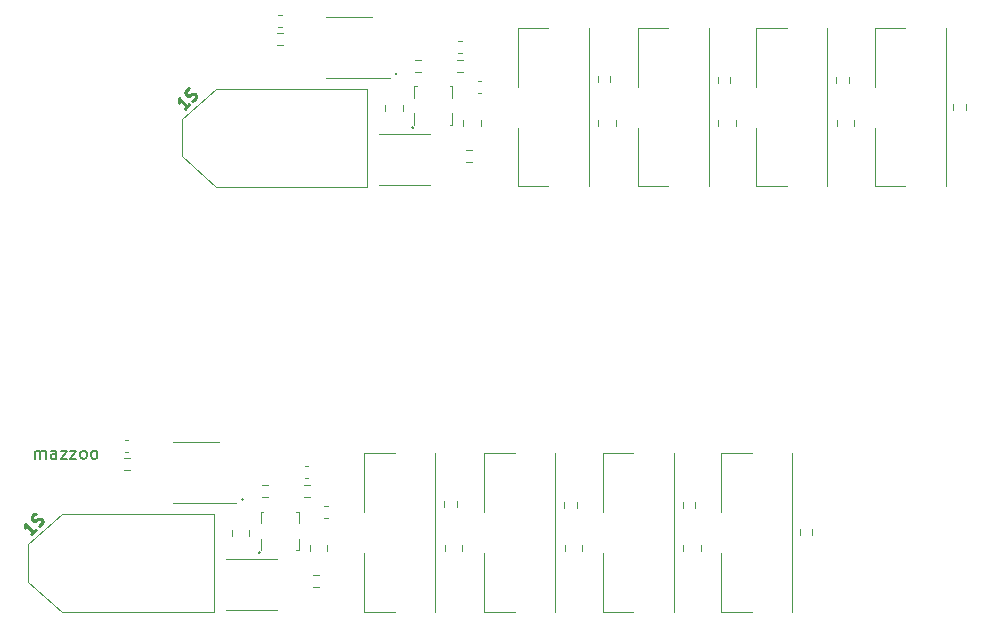
<source format=gbr>
%TF.GenerationSoftware,KiCad,Pcbnew,(5.1.7)-1*%
%TF.CreationDate,2020-12-15T13:18:26+01:00*%
%TF.ProjectId,panel_my_little_poly_v01,70616e65-6c5f-46d7-995f-6c6974746c65,rev?*%
%TF.SameCoordinates,Original*%
%TF.FileFunction,Legend,Top*%
%TF.FilePolarity,Positive*%
%FSLAX46Y46*%
G04 Gerber Fmt 4.6, Leading zero omitted, Abs format (unit mm)*
G04 Created by KiCad (PCBNEW (5.1.7)-1) date 2020-12-15 13:18:26*
%MOMM*%
%LPD*%
G01*
G04 APERTURE LIST*
%ADD10C,0.150000*%
%ADD11C,0.120000*%
%ADD12C,0.250000*%
G04 APERTURE END LIST*
D10*
X34654761Y-63452380D02*
X34654761Y-62785714D01*
X34654761Y-62880952D02*
X34702380Y-62833333D01*
X34797619Y-62785714D01*
X34940476Y-62785714D01*
X35035714Y-62833333D01*
X35083333Y-62928571D01*
X35083333Y-63452380D01*
X35083333Y-62928571D02*
X35130952Y-62833333D01*
X35226190Y-62785714D01*
X35369047Y-62785714D01*
X35464285Y-62833333D01*
X35511904Y-62928571D01*
X35511904Y-63452380D01*
X36416666Y-63452380D02*
X36416666Y-62928571D01*
X36369047Y-62833333D01*
X36273809Y-62785714D01*
X36083333Y-62785714D01*
X35988095Y-62833333D01*
X36416666Y-63404761D02*
X36321428Y-63452380D01*
X36083333Y-63452380D01*
X35988095Y-63404761D01*
X35940476Y-63309523D01*
X35940476Y-63214285D01*
X35988095Y-63119047D01*
X36083333Y-63071428D01*
X36321428Y-63071428D01*
X36416666Y-63023809D01*
X36797619Y-62785714D02*
X37321428Y-62785714D01*
X36797619Y-63452380D01*
X37321428Y-63452380D01*
X37607142Y-62785714D02*
X38130952Y-62785714D01*
X37607142Y-63452380D01*
X38130952Y-63452380D01*
X38654761Y-63452380D02*
X38559523Y-63404761D01*
X38511904Y-63357142D01*
X38464285Y-63261904D01*
X38464285Y-62976190D01*
X38511904Y-62880952D01*
X38559523Y-62833333D01*
X38654761Y-62785714D01*
X38797619Y-62785714D01*
X38892857Y-62833333D01*
X38940476Y-62880952D01*
X38988095Y-62976190D01*
X38988095Y-63261904D01*
X38940476Y-63357142D01*
X38892857Y-63404761D01*
X38797619Y-63452380D01*
X38654761Y-63452380D01*
X39559523Y-63452380D02*
X39464285Y-63404761D01*
X39416666Y-63357142D01*
X39369047Y-63261904D01*
X39369047Y-62976190D01*
X39416666Y-62880952D01*
X39464285Y-62833333D01*
X39559523Y-62785714D01*
X39702380Y-62785714D01*
X39797619Y-62833333D01*
X39845238Y-62880952D01*
X39892857Y-62976190D01*
X39892857Y-63261904D01*
X39845238Y-63357142D01*
X39797619Y-63404761D01*
X39702380Y-63452380D01*
X39559523Y-63452380D01*
D11*
X65289803Y-30900000D02*
G75*
G03*
X65289803Y-30900000I-89803J0D01*
G01*
D12*
X47685194Y-33454568D02*
X47281133Y-33858629D01*
X47483164Y-33656599D02*
X46776057Y-32949492D01*
X46809729Y-33117851D01*
X46809729Y-33252538D01*
X46776057Y-33353553D01*
X47920896Y-33151522D02*
X48055583Y-33084179D01*
X48223942Y-32915820D01*
X48257614Y-32814805D01*
X48257614Y-32747461D01*
X48223942Y-32646446D01*
X48156599Y-32579103D01*
X48055583Y-32545431D01*
X47988240Y-32545431D01*
X47887225Y-32579103D01*
X47718866Y-32680118D01*
X47617851Y-32713790D01*
X47550507Y-32713790D01*
X47449492Y-32680118D01*
X47382148Y-32612774D01*
X47348477Y-32511759D01*
X47348477Y-32444416D01*
X47382148Y-32343400D01*
X47550507Y-32175042D01*
X47685194Y-32107698D01*
D11*
X66699303Y-35423000D02*
G75*
G03*
X66699303Y-35423000I-89803J0D01*
G01*
X52289803Y-66900000D02*
G75*
G03*
X52289803Y-66900000I-89803J0D01*
G01*
D12*
X34685194Y-69454568D02*
X34281133Y-69858629D01*
X34483164Y-69656599D02*
X33776057Y-68949492D01*
X33809729Y-69117851D01*
X33809729Y-69252538D01*
X33776057Y-69353553D01*
X34920896Y-69151522D02*
X35055583Y-69084179D01*
X35223942Y-68915820D01*
X35257614Y-68814805D01*
X35257614Y-68747461D01*
X35223942Y-68646446D01*
X35156599Y-68579103D01*
X35055583Y-68545431D01*
X34988240Y-68545431D01*
X34887225Y-68579103D01*
X34718866Y-68680118D01*
X34617851Y-68713790D01*
X34550507Y-68713790D01*
X34449492Y-68680118D01*
X34382148Y-68612774D01*
X34348477Y-68511759D01*
X34348477Y-68444416D01*
X34382148Y-68343400D01*
X34550507Y-68175042D01*
X34685194Y-68107698D01*
D11*
X53699303Y-71423000D02*
G75*
G03*
X53699303Y-71423000I-89803J0D01*
G01*
%TO.C,R108*%
X112378500Y-33899724D02*
X112378500Y-33390276D01*
X113423500Y-33899724D02*
X113423500Y-33390276D01*
%TO.C,R107*%
X102472500Y-31613724D02*
X102472500Y-31104276D01*
X103517500Y-31613724D02*
X103517500Y-31104276D01*
%TO.C,R106*%
X92439500Y-31613724D02*
X92439500Y-31104276D01*
X93484500Y-31613724D02*
X93484500Y-31104276D01*
%TO.C,R105*%
X82277500Y-31554724D02*
X82277500Y-31045276D01*
X83322500Y-31554724D02*
X83322500Y-31045276D01*
%TO.C,U102*%
X61212000Y-26068500D02*
X59262000Y-26068500D01*
X61212000Y-26068500D02*
X63162000Y-26068500D01*
X61212000Y-31188500D02*
X59262000Y-31188500D01*
X61212000Y-31188500D02*
X64662000Y-31188500D01*
%TO.C,R104*%
X55624724Y-27407500D02*
X55115276Y-27407500D01*
X55624724Y-28452500D02*
X55115276Y-28452500D01*
%TO.C,C108*%
X55223733Y-26916000D02*
X55516267Y-26916000D01*
X55223733Y-25896000D02*
X55516267Y-25896000D01*
%TO.C,C107*%
X102514000Y-35303252D02*
X102514000Y-34780748D01*
X103984000Y-35303252D02*
X103984000Y-34780748D01*
%TO.C,J105*%
X105715000Y-40401000D02*
X105715000Y-35451000D01*
X105715000Y-40401000D02*
X108315000Y-40401000D01*
X105715000Y-27001000D02*
X108315000Y-27001000D01*
X105715000Y-27001000D02*
X105715000Y-31951000D01*
X111715000Y-27001000D02*
X111715000Y-40401000D01*
%TO.C,J104*%
X95682000Y-40401000D02*
X95682000Y-35451000D01*
X95682000Y-40401000D02*
X98282000Y-40401000D01*
X95682000Y-27001000D02*
X98282000Y-27001000D01*
X95682000Y-27001000D02*
X95682000Y-31951000D01*
X101682000Y-27001000D02*
X101682000Y-40401000D01*
%TO.C,J103*%
X85649000Y-40401000D02*
X85649000Y-35451000D01*
X85649000Y-40401000D02*
X88249000Y-40401000D01*
X85649000Y-27001000D02*
X88249000Y-27001000D01*
X85649000Y-27001000D02*
X85649000Y-31951000D01*
X91649000Y-27001000D02*
X91649000Y-40401000D01*
%TO.C,J102*%
X75489000Y-40401000D02*
X75489000Y-35451000D01*
X75489000Y-40401000D02*
X78089000Y-40401000D01*
X75489000Y-27001000D02*
X78089000Y-27001000D01*
X75489000Y-27001000D02*
X75489000Y-31951000D01*
X81489000Y-27001000D02*
X81489000Y-40401000D01*
%TO.C,C106*%
X70756267Y-29075000D02*
X70463733Y-29075000D01*
X70756267Y-28055000D02*
X70463733Y-28055000D01*
%TO.C,L101*%
X68065000Y-40244000D02*
X63757000Y-40244000D01*
X63757000Y-35936000D02*
X68065000Y-35936000D01*
%TO.C,U101*%
X69965000Y-32917000D02*
X69965000Y-31942000D01*
X66715000Y-35192000D02*
X66715000Y-34217000D01*
X66715000Y-32917000D02*
X66715000Y-31942000D01*
X69965000Y-35192000D02*
X69965000Y-34217000D01*
X66940000Y-31942000D02*
X66715000Y-31942000D01*
X69740000Y-31942000D02*
X69965000Y-31942000D01*
X69965000Y-35192000D02*
X69740000Y-35192000D01*
%TO.C,R103*%
X71626724Y-38358500D02*
X71117276Y-38358500D01*
X71626724Y-37313500D02*
X71117276Y-37313500D01*
%TO.C,R102*%
X67308724Y-30738500D02*
X66799276Y-30738500D01*
X67308724Y-29693500D02*
X66799276Y-29693500D01*
%TO.C,R101*%
X70864724Y-30738500D02*
X70355276Y-30738500D01*
X70864724Y-29693500D02*
X70355276Y-29693500D01*
%TO.C,J101*%
X47056000Y-37862000D02*
X49906000Y-40462000D01*
X49906000Y-32162000D02*
X47056000Y-34712000D01*
X62756000Y-40462000D02*
X62756000Y-32162000D01*
X49906000Y-40462000D02*
X62756000Y-40462000D01*
X47056000Y-34712000D02*
X47056000Y-37862000D01*
X62756000Y-32162000D02*
X49906000Y-32162000D01*
%TO.C,C105*%
X72114733Y-31484000D02*
X72407267Y-31484000D01*
X72114733Y-32504000D02*
X72407267Y-32504000D01*
%TO.C,C104*%
X92481000Y-35303252D02*
X92481000Y-34780748D01*
X93951000Y-35303252D02*
X93951000Y-34780748D01*
%TO.C,C103*%
X82321000Y-35303252D02*
X82321000Y-34780748D01*
X83791000Y-35303252D02*
X83791000Y-34780748D01*
%TO.C,C102*%
X70891000Y-35303252D02*
X70891000Y-34780748D01*
X72361000Y-35303252D02*
X72361000Y-34780748D01*
%TO.C,C101*%
X65757000Y-33510748D02*
X65757000Y-34033252D01*
X64287000Y-33510748D02*
X64287000Y-34033252D01*
%TO.C,R108*%
X99378500Y-69899724D02*
X99378500Y-69390276D01*
X100423500Y-69899724D02*
X100423500Y-69390276D01*
%TO.C,R107*%
X89472500Y-67613724D02*
X89472500Y-67104276D01*
X90517500Y-67613724D02*
X90517500Y-67104276D01*
%TO.C,R106*%
X79439500Y-67613724D02*
X79439500Y-67104276D01*
X80484500Y-67613724D02*
X80484500Y-67104276D01*
%TO.C,R105*%
X69277500Y-67554724D02*
X69277500Y-67045276D01*
X70322500Y-67554724D02*
X70322500Y-67045276D01*
%TO.C,U102*%
X48212000Y-62068500D02*
X46262000Y-62068500D01*
X48212000Y-62068500D02*
X50162000Y-62068500D01*
X48212000Y-67188500D02*
X46262000Y-67188500D01*
X48212000Y-67188500D02*
X51662000Y-67188500D01*
%TO.C,R104*%
X42624724Y-63407500D02*
X42115276Y-63407500D01*
X42624724Y-64452500D02*
X42115276Y-64452500D01*
%TO.C,C108*%
X42223733Y-62916000D02*
X42516267Y-62916000D01*
X42223733Y-61896000D02*
X42516267Y-61896000D01*
%TO.C,C107*%
X89514000Y-71303252D02*
X89514000Y-70780748D01*
X90984000Y-71303252D02*
X90984000Y-70780748D01*
%TO.C,J105*%
X92715000Y-76401000D02*
X92715000Y-71451000D01*
X92715000Y-76401000D02*
X95315000Y-76401000D01*
X92715000Y-63001000D02*
X95315000Y-63001000D01*
X92715000Y-63001000D02*
X92715000Y-67951000D01*
X98715000Y-63001000D02*
X98715000Y-76401000D01*
%TO.C,J104*%
X82682000Y-76401000D02*
X82682000Y-71451000D01*
X82682000Y-76401000D02*
X85282000Y-76401000D01*
X82682000Y-63001000D02*
X85282000Y-63001000D01*
X82682000Y-63001000D02*
X82682000Y-67951000D01*
X88682000Y-63001000D02*
X88682000Y-76401000D01*
%TO.C,J103*%
X72649000Y-76401000D02*
X72649000Y-71451000D01*
X72649000Y-76401000D02*
X75249000Y-76401000D01*
X72649000Y-63001000D02*
X75249000Y-63001000D01*
X72649000Y-63001000D02*
X72649000Y-67951000D01*
X78649000Y-63001000D02*
X78649000Y-76401000D01*
%TO.C,J102*%
X62489000Y-76401000D02*
X62489000Y-71451000D01*
X62489000Y-76401000D02*
X65089000Y-76401000D01*
X62489000Y-63001000D02*
X65089000Y-63001000D01*
X62489000Y-63001000D02*
X62489000Y-67951000D01*
X68489000Y-63001000D02*
X68489000Y-76401000D01*
%TO.C,C106*%
X57756267Y-65075000D02*
X57463733Y-65075000D01*
X57756267Y-64055000D02*
X57463733Y-64055000D01*
%TO.C,L101*%
X55065000Y-76244000D02*
X50757000Y-76244000D01*
X50757000Y-71936000D02*
X55065000Y-71936000D01*
%TO.C,U101*%
X56965000Y-68917000D02*
X56965000Y-67942000D01*
X53715000Y-71192000D02*
X53715000Y-70217000D01*
X53715000Y-68917000D02*
X53715000Y-67942000D01*
X56965000Y-71192000D02*
X56965000Y-70217000D01*
X53940000Y-67942000D02*
X53715000Y-67942000D01*
X56740000Y-67942000D02*
X56965000Y-67942000D01*
X56965000Y-71192000D02*
X56740000Y-71192000D01*
%TO.C,R103*%
X58626724Y-74358500D02*
X58117276Y-74358500D01*
X58626724Y-73313500D02*
X58117276Y-73313500D01*
%TO.C,R102*%
X54308724Y-66738500D02*
X53799276Y-66738500D01*
X54308724Y-65693500D02*
X53799276Y-65693500D01*
%TO.C,R101*%
X57864724Y-66738500D02*
X57355276Y-66738500D01*
X57864724Y-65693500D02*
X57355276Y-65693500D01*
%TO.C,J101*%
X34056000Y-73862000D02*
X36906000Y-76462000D01*
X36906000Y-68162000D02*
X34056000Y-70712000D01*
X49756000Y-76462000D02*
X49756000Y-68162000D01*
X36906000Y-76462000D02*
X49756000Y-76462000D01*
X34056000Y-70712000D02*
X34056000Y-73862000D01*
X49756000Y-68162000D02*
X36906000Y-68162000D01*
%TO.C,C105*%
X59114733Y-67484000D02*
X59407267Y-67484000D01*
X59114733Y-68504000D02*
X59407267Y-68504000D01*
%TO.C,C104*%
X79481000Y-71303252D02*
X79481000Y-70780748D01*
X80951000Y-71303252D02*
X80951000Y-70780748D01*
%TO.C,C103*%
X69321000Y-71303252D02*
X69321000Y-70780748D01*
X70791000Y-71303252D02*
X70791000Y-70780748D01*
%TO.C,C102*%
X57891000Y-71303252D02*
X57891000Y-70780748D01*
X59361000Y-71303252D02*
X59361000Y-70780748D01*
%TO.C,C101*%
X52757000Y-69510748D02*
X52757000Y-70033252D01*
X51287000Y-69510748D02*
X51287000Y-70033252D01*
%TD*%
M02*

</source>
